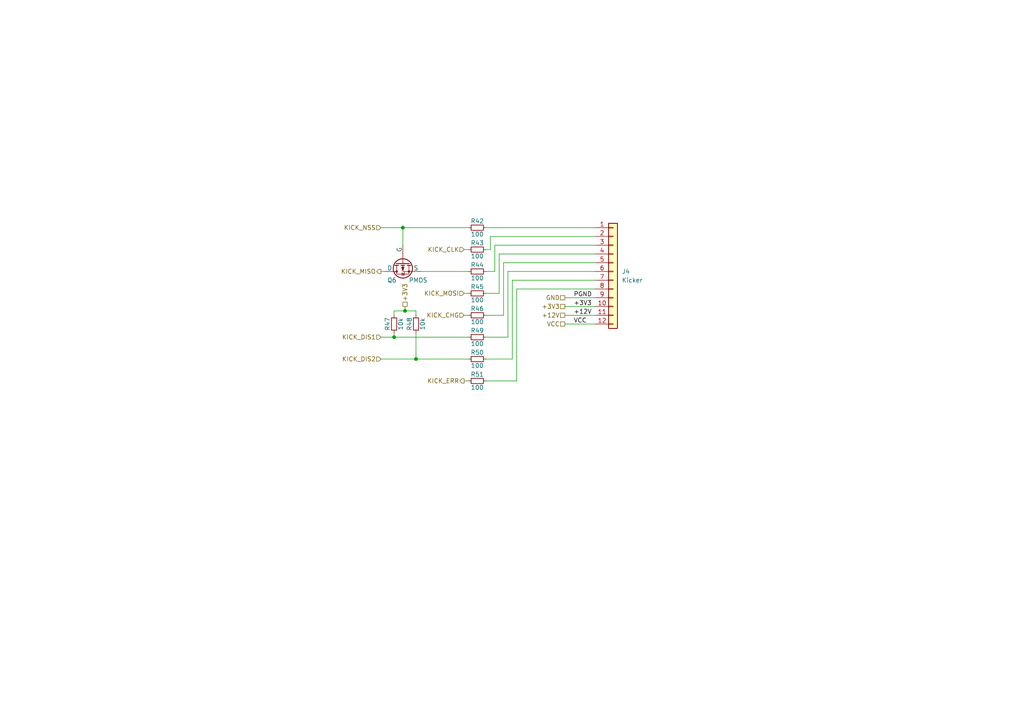
<source format=kicad_sch>
(kicad_sch (version 20230121) (generator eeschema)
  (paper "A4")
  (lib_symbols
    (symbol "Connector_Generic:Conn_01x12" (pin_names (offset 1.016) hide)
      (property "Reference" "J" (at 0 15.24 0))
      (property "Value" "Conn_01x12" (at 0 -17.78 0))
      (symbol "Conn_01x12_1_1"
        (rectangle (start -1.27 -15.113) (end 0 -15.367) (stroke (width 0.1524)))
        (rectangle (start -1.27 -12.573) (end 0 -12.827) (stroke (width 0.1524)))
        (rectangle (start -1.27 -10.033) (end 0 -10.287) (stroke (width 0.1524)))
        (rectangle (start -1.27 -7.493) (end 0 -7.747) (stroke (width 0.1524)))
        (rectangle (start -1.27 -4.953) (end 0 -5.207) (stroke (width 0.1524)))
        (rectangle (start -1.27 -2.413) (end 0 -2.667) (stroke (width 0.1524)))
        (rectangle (start -1.27 0.127) (end 0 -0.127) (stroke (width 0.1524)))
        (rectangle (start -1.27 2.667) (end 0 2.413) (stroke (width 0.1524)))
        (rectangle (start -1.27 5.207) (end 0 4.953) (stroke (width 0.1524)))
        (rectangle (start -1.27 7.747) (end 0 7.493) (stroke (width 0.1524)))
        (rectangle (start -1.27 10.287) (end 0 10.033) (stroke (width 0.1524)))
        (rectangle (start -1.27 12.827) (end 0 12.573) (stroke (width 0.1524)))
        (rectangle (start -1.27 13.97) (end 1.27 -16.51) (stroke (width 0.254)) (fill (type background)))
        (pin passive line (at -5.08 12.7 0) (length 3.81) (name "Pin_1") (number "1"))
        (pin passive line (at -5.08 -10.16 0) (length 3.81) (name "Pin_10") (number "10"))
        (pin passive line (at -5.08 -12.7 0) (length 3.81) (name "Pin_11") (number "11"))
        (pin passive line (at -5.08 -15.24 0) (length 3.81) (name "Pin_12") (number "12"))
        (pin passive line (at -5.08 10.16 0) (length 3.81) (name "Pin_2") (number "2"))
        (pin passive line (at -5.08 7.62 0) (length 3.81) (name "Pin_3") (number "3"))
        (pin passive line (at -5.08 5.08 0) (length 3.81) (name "Pin_4") (number "4"))
        (pin passive line (at -5.08 2.54 0) (length 3.81) (name "Pin_5") (number "5"))
        (pin passive line (at -5.08 0 0) (length 3.81) (name "Pin_6") (number "6"))
        (pin passive line (at -5.08 -2.54 0) (length 3.81) (name "Pin_7") (number "7"))
        (pin passive line (at -5.08 -5.08 0) (length 3.81) (name "Pin_8") (number "8"))
        (pin passive line (at -5.08 -7.62 0) (length 3.81) (name "Pin_9") (number "9"))
      )
    )
    (symbol "Device:R_Small" (pin_numbers hide) (pin_names (offset 0.254) hide)
      (property "Reference" "R" (at 0.762 0.508 0))
      (property "Value" "R_Small" (at 0.762 -1.016 0))
      (symbol "R_Small_0_1"
        (rectangle (start -0.762 1.778) (end 0.762 -1.778) (stroke (width 0.2032)))
      )
      (symbol "R_Small_1_1"
        (pin passive line (at 0 2.54 270) (length 0.762) (name "~") (number "1"))
        (pin passive line (at 0 -2.54 90) (length 0.762) (name "~") (number "2"))
      )
    )
    (symbol "Simulation_SPICE:PMOS" (pin_numbers hide) (pin_names (offset 0))
      (property "Reference" "Q" (at 5.08 1.27 0))
      (property "Value" "PMOS" (at 5.08 -1.27 0))
      (symbol "PMOS_0_1"
        (polyline (pts (xy 0.254 0) (xy -2.54 0)))
        (polyline (pts (xy 0.254 1.905) (xy 0.254 -1.905)) (stroke (width 0.254)))
        (polyline (pts (xy 0.762 -1.27) (xy 0.762 -2.286)) (stroke (width 0.254)))
        (polyline (pts (xy 0.762 0.508) (xy 0.762 -0.508)) (stroke (width 0.254)))
        (polyline (pts (xy 0.762 2.286) (xy 0.762 1.27)) (stroke (width 0.254)))
        (polyline (pts (xy 2.54 2.54) (xy 2.54 1.778)))
        (polyline (pts (xy 2.54 -2.54) (xy 2.54 0) (xy 0.762 0)))
        (polyline (pts (xy 0.762 1.778) (xy 3.302 1.778) (xy 3.302 -1.778) (xy 0.762 -1.778)))
        (polyline (pts (xy 2.286 0) (xy 1.27 0.381) (xy 1.27 -0.381) (xy 2.286 0)) (fill (type outline)))
        (polyline (pts (xy 2.794 -0.508) (xy 2.921 -0.381) (xy 3.683 -0.381) (xy 3.81 -0.254)))
        (polyline (pts (xy 3.302 -0.381) (xy 2.921 0.254) (xy 3.683 0.254) (xy 3.302 -0.381)))
        (circle (center 1.651 0) (radius 2.794) (stroke (width 0.254)))
        (circle (center 2.54 -1.778) (radius 0.254) (fill (type outline)))
        (circle (center 2.54 1.778) (radius 0.254) (fill (type outline)))
      )
      (symbol "PMOS_1_1"
        (pin passive line (at 2.54 5.08 270) (length 2.54) (name "D") (number "1"))
        (pin input line (at -5.08 0 0) (length 2.54) (name "G") (number "2"))
        (pin passive line (at 2.54 -5.08 90) (length 2.54) (name "S") (number "3"))
      )
    )
  )
  (junction (at 116.84 66.04))
  (junction (at 114.3 97.79))
  (junction (at 120.65 104.14))
  (junction (at 117.475 90.17))
  (wire (pts (xy 120.65 90.17) (xy 117.475 90.17)))
  (wire (pts (xy 140.97 66.04) (xy 172.72 66.04)))
  (wire (pts (xy 163.83 86.36) (xy 172.72 86.36)))
  (wire (pts (xy 120.65 96.52) (xy 120.65 104.14)))
  (wire (pts (xy 148.59 81.28) (xy 172.72 81.28)))
  (wire (pts (xy 143.51 71.12) (xy 172.72 71.12)))
  (wire (pts (xy 142.24 68.58) (xy 172.72 68.58)))
  (wire (pts (xy 116.84 71.12) (xy 116.84 66.04)))
  (wire (pts (xy 117.475 90.17) (xy 114.3 90.17)))
  (wire (pts (xy 147.32 97.79) (xy 147.32 78.74)))
  (wire (pts (xy 120.65 91.44) (xy 120.65 90.17)))
  (wire (pts (xy 120.65 104.14) (xy 135.89 104.14)))
  (wire (pts (xy 110.49 104.14) (xy 120.65 104.14)))
  (wire (pts (xy 140.97 104.14) (xy 148.59 104.14)))
  (wire (pts (xy 140.97 78.74) (xy 143.51 78.74)))
  (wire (pts (xy 114.3 90.17) (xy 114.3 91.44)))
  (wire (pts (xy 140.97 97.79) (xy 147.32 97.79)))
  (wire (pts (xy 147.32 78.74) (xy 172.72 78.74)))
  (wire (pts (xy 134.62 91.44) (xy 135.89 91.44)))
  (wire (pts (xy 149.86 110.49) (xy 149.86 83.82)))
  (wire (pts (xy 143.51 78.74) (xy 143.51 71.12)))
  (wire (pts (xy 140.97 91.44) (xy 146.05 91.44)))
  (wire (pts (xy 149.86 83.82) (xy 172.72 83.82)))
  (wire (pts (xy 114.3 97.79) (xy 135.89 97.79)))
  (wire (pts (xy 117.475 88.9) (xy 117.475 90.17)))
  (wire (pts (xy 134.62 85.09) (xy 135.89 85.09)))
  (wire (pts (xy 116.84 66.04) (xy 135.89 66.04)))
  (wire (pts (xy 140.97 110.49) (xy 149.86 110.49)))
  (wire (pts (xy 140.97 85.09) (xy 144.78 85.09)))
  (wire (pts (xy 134.62 110.49) (xy 135.89 110.49)))
  (wire (pts (xy 114.3 96.52) (xy 114.3 97.79)))
  (wire (pts (xy 163.83 91.44) (xy 172.72 91.44)))
  (wire (pts (xy 110.49 78.74) (xy 111.76 78.74)))
  (wire (pts (xy 144.78 73.66) (xy 172.72 73.66)))
  (wire (pts (xy 146.05 76.2) (xy 172.72 76.2)))
  (wire (pts (xy 163.83 88.9) (xy 172.72 88.9)))
  (wire (pts (xy 144.78 85.09) (xy 144.78 73.66)))
  (wire (pts (xy 110.49 66.04) (xy 116.84 66.04)))
  (wire (pts (xy 146.05 91.44) (xy 146.05 76.2)))
  (wire (pts (xy 121.92 78.74) (xy 135.89 78.74)))
  (wire (pts (xy 148.59 104.14) (xy 148.59 81.28)))
  (wire (pts (xy 142.24 72.39) (xy 142.24 68.58)))
  (wire (pts (xy 140.97 72.39) (xy 142.24 72.39)))
  (wire (pts (xy 134.62 72.39) (xy 135.89 72.39)))
  (wire (pts (xy 163.83 93.98) (xy 172.72 93.98)))
  (wire (pts (xy 110.49 97.79) (xy 114.3 97.79)))
  (label "+3V3" (at 166.37 88.9 0))
  (label "+12V" (at 166.37 91.44 0))
  (label "PGND" (at 166.37 86.36 0))
  (label "VCC" (at 166.37 93.98 0))
  (hierarchical_label "KICK_DIS2" (shape input) (at 110.49 104.14 180))
  (hierarchical_label "KICK_CHG" (shape input) (at 134.62 91.44 180))
  (hierarchical_label "KICK_CLK" (shape input) (at 134.62 72.39 180))
  (hierarchical_label "KICK_DIS1" (shape input) (at 110.49 97.79 180))
  (hierarchical_label "+12V" (shape passive) (at 163.83 91.44 180))
  (hierarchical_label "KICK_NSS" (shape input) (at 110.49 66.04 180))
  (hierarchical_label "KICK_ERR" (shape output) (at 134.62 110.49 180))
  (hierarchical_label "KICK_MISO" (shape output) (at 110.49 78.74 180))
  (hierarchical_label "VCC" (shape passive) (at 163.83 93.98 180))
  (hierarchical_label "+3V3" (shape passive) (at 117.475 88.9 90))
  (hierarchical_label "+3V3" (shape passive) (at 163.83 88.9 180))
  (hierarchical_label "GND" (shape passive) (at 163.83 86.36 180))
  (hierarchical_label "KICK_MOSI" (shape input) (at 134.62 85.09 180))
  (symbol (lib_id "Device:R_Small") (at 114.3 93.98 180) (unit 1)
    (property "Reference" "R47" (at 112.395 93.98 90))
    (property "Value" "10k" (at 116.205 93.98 90))
  )
  (symbol (lib_id "Device:R_Small") (at 138.43 104.14 90) (unit 1)
    (property "Reference" "R50" (at 138.43 102.235 90))
    (property "Value" "100" (at 138.43 106.045 90))
  )
  (symbol (lib_id "Simulation_SPICE:PMOS") (at 116.84 76.2 90) (mirror x) (unit 1)
    (property "Reference" "Q6" (at 113.665 81.28 90))
    (property "Value" "PMOS" (at 121.285 81.28 90))
    (property "Datasheet" "https://ngspice.sourceforge.io/docs/ngspice-manual.pdf" (effects hide))
    (property "Sim.Device" "PMOS" (effects hide))
    (property "Sim.Type" "VDMOS" (effects hide))
    (property "Sim.Pins" "1=D 2=G 3=S" (effects hide))
  )
  (symbol (lib_id "Device:R_Small") (at 138.43 85.09 90) (unit 1)
    (property "Reference" "R45" (at 138.43 83.185 90))
    (property "Value" "100" (at 138.43 86.995 90))
  )
  (symbol (lib_id "Device:R_Small") (at 138.43 72.39 90) (unit 1)
    (property "Reference" "R43" (at 138.43 70.485 90))
    (property "Value" "100" (at 138.43 74.295 90))
  )
  (symbol (lib_id "Device:R_Small") (at 120.65 93.98 180) (unit 1)
    (property "Reference" "R48" (at 118.745 93.98 90))
    (property "Value" "10k" (at 122.555 93.98 90))
  )
  (symbol (lib_id "Device:R_Small") (at 138.43 78.74 90) (unit 1)
    (property "Reference" "R44" (at 138.43 76.835 90))
    (property "Value" "100" (at 138.43 80.645 90))
  )
  (symbol (lib_id "Device:R_Small") (at 138.43 66.04 90) (unit 1)
    (property "Reference" "R42" (at 138.43 64.135 90))
    (property "Value" "100" (at 138.43 67.945 90))
  )
  (symbol (lib_id "Device:R_Small") (at 138.43 91.44 90) (unit 1)
    (property "Reference" "R46" (at 138.43 89.535 90))
    (property "Value" "100" (at 138.43 93.345 90))
  )
  (symbol (lib_id "Device:R_Small") (at 138.43 97.79 90) (unit 1)
    (property "Reference" "R49" (at 138.43 95.885 90))
    (property "Value" "100" (at 138.43 99.695 90))
  )
  (symbol (lib_id "Device:R_Small") (at 138.43 110.49 90) (unit 1)
    (property "Reference" "R51" (at 138.43 108.585 90))
    (property "Value" "100" (at 138.43 112.395 90))
  )
  (symbol (lib_id "Connector_Generic:Conn_01x12") (at 177.8 78.74 0) (unit 1)
    (property "Reference" "J4" (at 180.34 78.74 0) (effects (justify left)))
    (property "Value" "Kicker" (at 180.34 81.28 0) (effects (justify left)))
    (property "Footprint" "DF13-12P-1.25H_21_:DF1312P125H21" (effects hide))
  )
)
</source>
